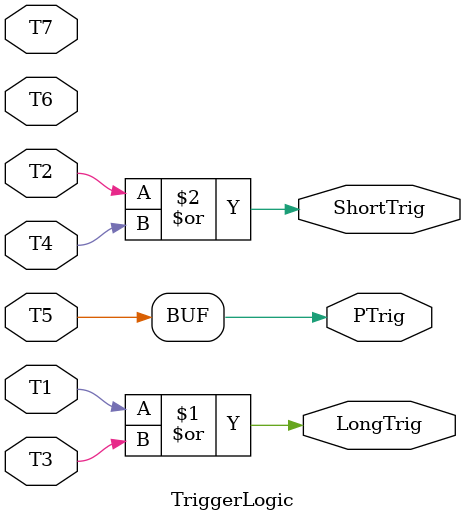
<source format=v>
`timescale 1ns / 1ps


module TriggerLogic(T1, T2, T3, T4, T5, T6, T7, LongTrig, ShortTrig, PTrig);
   input   T1;
   input   T2;
   input   T3;
   input   T4;
   input   T5;
   input   T6;
   input   T7;
   output  LongTrig;
   output  ShortTrig;
   output  PTrig;
   assign  LongTrig = T1 | T3;
   assign  ShortTrig = T2 | T4;
   assign  PTrig = T5;
endmodule

</source>
